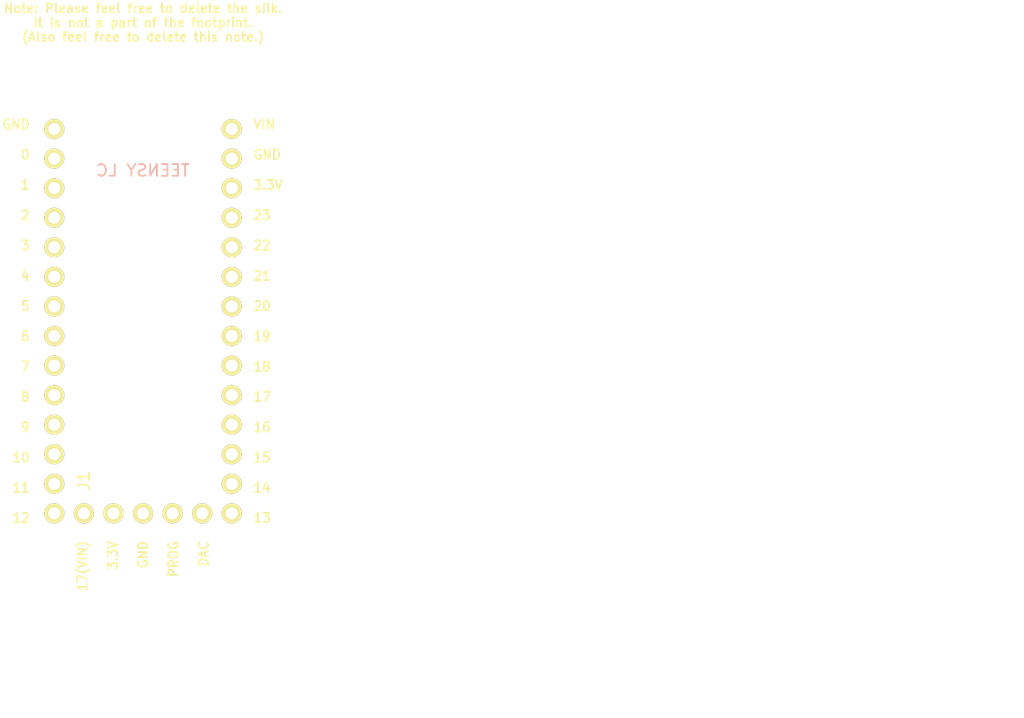
<source format=kicad_pcb>
(kicad_pcb (version 4) (host pcbnew 4.0.5-e0-6337~49~ubuntu16.04.1)

  (general
    (links 3)
    (no_connects 3)
    (area 0 0 0 0)
    (thickness 1.6)
    (drawings 21)
    (tracks 0)
    (zones 0)
    (modules 1)
    (nets 3)
  )

  (page USLetter)
  (title_block
    (title "Project Title")
    (rev v1.0)
    (company "Released under the CERN Open Hardware License v1.2")
    (comment 1 "Based on template by jenner@wickerbox.net")
  )

  (layers
    (0 F.Cu signal)
    (31 B.Cu signal)
    (34 B.Paste user)
    (35 F.Paste user)
    (36 B.SilkS user)
    (37 F.SilkS user)
    (38 B.Mask user)
    (39 F.Mask user)
    (44 Edge.Cuts user)
    (46 B.CrtYd user)
    (47 F.CrtYd user)
    (48 B.Fab user)
    (49 F.Fab user)
  )

  (setup
    (last_trace_width 0.254)
    (user_trace_width 0.1524)
    (user_trace_width 0.254)
    (user_trace_width 0.3302)
    (user_trace_width 0.508)
    (user_trace_width 0.762)
    (user_trace_width 1.27)
    (trace_clearance 0.254)
    (zone_clearance 0.508)
    (zone_45_only no)
    (trace_min 0.1524)
    (segment_width 0.1524)
    (edge_width 0.1524)
    (via_size 0.6858)
    (via_drill 0.3302)
    (via_min_size 0.6858)
    (via_min_drill 0.3302)
    (user_via 0.6858 0.3302)
    (user_via 0.762 0.4064)
    (user_via 0.8636 0.508)
    (uvia_size 0.6858)
    (uvia_drill 0.3302)
    (uvias_allowed no)
    (uvia_min_size 0)
    (uvia_min_drill 0)
    (pcb_text_width 0.1524)
    (pcb_text_size 1.016 1.016)
    (mod_edge_width 0.1524)
    (mod_text_size 1.016 1.016)
    (mod_text_width 0.1524)
    (pad_size 1.524 1.524)
    (pad_drill 0.762)
    (pad_to_mask_clearance 0.0762)
    (solder_mask_min_width 0.1016)
    (pad_to_paste_clearance -0.0762)
    (aux_axis_origin 0 0)
    (visible_elements FFFEDF7D)
    (pcbplotparams
      (layerselection 0x310fc_80000001)
      (usegerberextensions true)
      (excludeedgelayer true)
      (linewidth 0.100000)
      (plotframeref false)
      (viasonmask false)
      (mode 1)
      (useauxorigin false)
      (hpglpennumber 1)
      (hpglpenspeed 20)
      (hpglpendiameter 15)
      (hpglpenoverlay 2)
      (psnegative false)
      (psa4output false)
      (plotreference true)
      (plotvalue true)
      (plotinvisibletext false)
      (padsonsilk false)
      (subtractmaskfromsilk false)
      (outputformat 1)
      (mirror false)
      (drillshape 0)
      (scaleselection 1)
      (outputdirectory gerbers))
  )

  (net 0 "")
  (net 1 GND)
  (net 2 +3V3)

  (net_class Default "This is the default net class."
    (clearance 0.254)
    (trace_width 0.254)
    (via_dia 0.6858)
    (via_drill 0.3302)
    (uvia_dia 0.6858)
    (uvia_drill 0.3302)
    (add_net +3V3)
    (add_net GND)
  )

  (module Wickerlib:TEENSY-LC (layer F.Cu) (tedit 599365C7) (tstamp 57379F2D)
    (at 105.41 82.804)
    (path /5749FE2C)
    (fp_text reference J1 (at -7.62 20.066 270) (layer F.SilkS)
      (effects (font (size 1 1) (thickness 0.15)))
    )
    (fp_text value TEENSY-LC (at -2.54 20.32 180) (layer F.Fab)
      (effects (font (size 1 1) (thickness 0.15)))
    )
    (fp_text user "TEENSY LC" (at -2.54 -6.604 180) (layer B.SilkS)
      (effects (font (size 1 1) (thickness 0.15)) (justify mirror))
    )
    (fp_line (start -11.43 24.13) (end 6.35 24.13) (layer F.Fab) (width 0.1524))
    (fp_line (start -11.43 -11.43) (end -11.43 24.13) (layer F.Fab) (width 0.1524))
    (fp_line (start 6.35 -11.43) (end -11.43 -11.43) (layer F.Fab) (width 0.1524))
    (fp_line (start 6.35 24.13) (end 6.35 -11.43) (layer F.Fab) (width 0.1524))
    (pad G1 thru_hole circle (at -10.16 -10.16) (size 1.7272 1.7272) (drill 1.016) (layers *.Cu *.Mask F.SilkS)
      (net 1 GND))
    (pad 0 thru_hole circle (at -10.16 -7.62) (size 1.7272 1.7272) (drill 1.016) (layers *.Cu *.Mask F.SilkS))
    (pad 1 thru_hole circle (at -10.16 -5.08) (size 1.7272 1.7272) (drill 1.016) (layers *.Cu *.Mask F.SilkS))
    (pad 2 thru_hole circle (at -10.16 -2.54) (size 1.7272 1.7272) (drill 1.016) (layers *.Cu *.Mask F.SilkS))
    (pad 3 thru_hole circle (at -10.16 0) (size 1.7272 1.7272) (drill 1.016) (layers *.Cu *.Mask F.SilkS))
    (pad 4 thru_hole circle (at -10.16 2.54) (size 1.7272 1.7272) (drill 1.016) (layers *.Cu *.Mask F.SilkS))
    (pad 5 thru_hole circle (at -10.16 5.08) (size 1.7272 1.7272) (drill 1.016) (layers *.Cu *.Mask F.SilkS))
    (pad 6 thru_hole circle (at -10.16 7.62) (size 1.7272 1.7272) (drill 1.016) (layers *.Cu *.Mask F.SilkS))
    (pad 7 thru_hole circle (at -10.16 10.16) (size 1.7272 1.7272) (drill 1.016) (layers *.Cu *.Mask F.SilkS))
    (pad 8 thru_hole circle (at -10.16 12.7) (size 1.7272 1.7272) (drill 1.016) (layers *.Cu *.Mask F.SilkS))
    (pad 9 thru_hole circle (at -10.16 15.24) (size 1.7272 1.7272) (drill 1.016) (layers *.Cu *.Mask F.SilkS))
    (pad 10 thru_hole circle (at -10.16 17.78) (size 1.7272 1.7272) (drill 1.016) (layers *.Cu *.Mask F.SilkS))
    (pad 11 thru_hole circle (at -10.16 20.32) (size 1.7272 1.7272) (drill 1.016) (layers *.Cu *.Mask F.SilkS))
    (pad 12 thru_hole circle (at -10.16 22.86) (size 1.7272 1.7272) (drill 1.016) (layers *.Cu *.Mask F.SilkS))
    (pad 17A thru_hole circle (at -7.62 22.86) (size 1.7272 1.7272) (drill 1.016) (layers *.Cu *.Mask F.SilkS))
    (pad 3V1 thru_hole circle (at -5.08 22.86) (size 1.7272 1.7272) (drill 1.016) (layers *.Cu *.Mask F.SilkS)
      (net 2 +3V3))
    (pad G2 thru_hole circle (at -2.54 22.86) (size 1.7272 1.7272) (drill 1.016) (layers *.Cu *.Mask F.SilkS)
      (net 1 GND))
    (pad PGM thru_hole circle (at 0 22.86) (size 1.7272 1.7272) (drill 1.016) (layers *.Cu *.Mask F.SilkS))
    (pad DAC thru_hole circle (at 2.54 22.86) (size 1.7272 1.7272) (drill 1.016) (layers *.Cu *.Mask F.SilkS))
    (pad 13 thru_hole circle (at 5.08 22.86) (size 1.7272 1.7272) (drill 1.016) (layers *.Cu *.Mask F.SilkS))
    (pad 16 thru_hole circle (at 5.08 15.24) (size 1.7272 1.7272) (drill 1.016) (layers *.Cu *.Mask F.SilkS))
    (pad 3V2 thru_hole circle (at 5.08 -5.08) (size 1.7272 1.7272) (drill 1.016) (layers *.Cu *.Mask F.SilkS)
      (net 2 +3V3))
    (pad 18 thru_hole circle (at 5.08 10.16) (size 1.7272 1.7272) (drill 1.016) (layers *.Cu *.Mask F.SilkS))
    (pad 17 thru_hole circle (at 5.08 12.7) (size 1.7272 1.7272) (drill 1.016) (layers *.Cu *.Mask F.SilkS))
    (pad G3 thru_hole circle (at 5.08 -7.62) (size 1.7272 1.7272) (drill 1.016) (layers *.Cu *.Mask F.SilkS)
      (net 1 GND))
    (pad 22 thru_hole circle (at 5.08 0) (size 1.7272 1.7272) (drill 1.016) (layers *.Cu *.Mask F.SilkS))
    (pad VIN thru_hole circle (at 5.08 -10.16) (size 1.7272 1.7272) (drill 1.016) (layers *.Cu *.Mask F.SilkS))
    (pad 21 thru_hole circle (at 5.08 2.54) (size 1.7272 1.7272) (drill 1.016) (layers *.Cu *.Mask F.SilkS))
    (pad 20 thru_hole circle (at 5.08 5.08) (size 1.7272 1.7272) (drill 1.016) (layers *.Cu *.Mask F.SilkS))
    (pad 19 thru_hole circle (at 5.08 7.62) (size 1.7272 1.7272) (drill 1.016) (layers *.Cu *.Mask F.SilkS))
    (pad 23 thru_hole circle (at 5.08 -2.54) (size 1.7272 1.7272) (drill 1.016) (layers *.Cu *.Mask F.SilkS))
    (pad 14 thru_hole circle (at 5.08 20.32) (size 1.7272 1.7272) (drill 1.016) (layers *.Cu *.Mask F.SilkS))
    (pad 15 thru_hole circle (at 5.08 17.78) (size 1.7272 1.7272) (drill 1.016) (layers *.Cu *.Mask F.SilkS))
  )

  (gr_text "Note: Please feel free to delete the silk.\nIt is not a part of the footprint.\n(Also feel free to delete this note.)" (at 102.87 63.5) (layer F.SilkS)
    (effects (font (size 0.762 0.762) (thickness 0.1524)))
  )
  (gr_text "VIN\n\nGND\n\n3.3V\n\n23\n\n22\n\n21\n\n20\n\n19\n\n18\n\n17\n\n16\n\n15\n\n14\n\n13\n" (at 112.268 89.154) (layer F.SilkS)
    (effects (font (size 0.80772 0.762) (thickness 0.1524)) (justify left))
  )
  (gr_text "GND\n\n0\n\n1\n\n2\n\n3\n\n4\n\n5\n\n6\n\n7\n\n8\n\n9\n\n10\n\n11\n\n12" (at 93.218 89.154) (layer F.SilkS) (tstamp 5737A2C9)
    (effects (font (size 0.80772 0.762) (thickness 0.1524)) (justify right))
  )
  (gr_text "17(VIN)\n\n3.3V\n\nGND\n\nPROG\n\nDAC" (at 102.87 107.95 90) (layer F.SilkS) (tstamp 5737A2FF)
    (effects (font (size 0.80772 0.762) (thickness 0.1524)) (justify right))
  )
  (gr_circle (center 117.348 76.962) (end 118.618 76.962) (layer Dwgs.User) (width 0.15))
  (gr_line (start 114.427 78.994) (end 114.427 74.93) (angle 90) (layer Dwgs.User) (width 0.15))
  (gr_line (start 120.269 78.994) (end 114.427 78.994) (angle 90) (layer Dwgs.User) (width 0.15))
  (gr_line (start 120.269 74.93) (end 120.269 78.994) (angle 90) (layer Dwgs.User) (width 0.15))
  (gr_line (start 114.427 74.93) (end 120.269 74.93) (angle 90) (layer Dwgs.User) (width 0.15))
  (gr_line (start 120.523 93.98) (end 104.648 93.98) (angle 90) (layer Dwgs.User) (width 0.15))
  (gr_line (start 173.355 102.235) (end 173.355 94.615) (angle 90) (layer Dwgs.User) (width 0.15))
  (gr_line (start 178.435 102.235) (end 173.355 102.235) (angle 90) (layer Dwgs.User) (width 0.15))
  (gr_line (start 178.435 94.615) (end 178.435 102.235) (angle 90) (layer Dwgs.User) (width 0.15))
  (gr_line (start 173.355 94.615) (end 178.435 94.615) (angle 90) (layer Dwgs.User) (width 0.15))
  (gr_line (start 109.093 123.19) (end 109.093 114.3) (angle 90) (layer Dwgs.User) (width 0.15))
  (gr_line (start 122.428 123.19) (end 109.093 123.19) (angle 90) (layer Dwgs.User) (width 0.15))
  (gr_line (start 122.428 114.3) (end 122.428 123.19) (angle 90) (layer Dwgs.User) (width 0.15))
  (gr_line (start 109.093 114.3) (end 122.428 114.3) (angle 90) (layer Dwgs.User) (width 0.15))
  (gr_line (start 104.648 93.98) (end 104.648 82.55) (angle 90) (layer Dwgs.User) (width 0.15))
  (gr_line (start 120.523 82.55) (end 120.523 93.98) (angle 90) (layer Dwgs.User) (width 0.15))
  (gr_line (start 104.648 82.55) (end 120.523 82.55) (angle 90) (layer Dwgs.User) (width 0.15))

)

</source>
